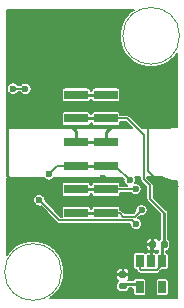
<source format=gbl>
G04 #@! TF.GenerationSoftware,KiCad,Pcbnew,5.1.10-88a1d61d58~90~ubuntu20.04.1*
G04 #@! TF.CreationDate,2021-10-26T15:32:18+01:00*
G04 #@! TF.ProjectId,THP,5448502e-6b69-4636-9164-5f7063625858,rev?*
G04 #@! TF.SameCoordinates,Original*
G04 #@! TF.FileFunction,Copper,L2,Bot*
G04 #@! TF.FilePolarity,Positive*
%FSLAX46Y46*%
G04 Gerber Fmt 4.6, Leading zero omitted, Abs format (unit mm)*
G04 Created by KiCad (PCBNEW 5.1.10-88a1d61d58~90~ubuntu20.04.1) date 2021-10-26 15:32:18*
%MOMM*%
%LPD*%
G01*
G04 APERTURE LIST*
G04 #@! TA.AperFunction,EtchedComponent*
%ADD10C,0.050000*%
G04 #@! TD*
G04 #@! TA.AperFunction,SMDPad,CuDef*
%ADD11R,2.000000X0.800000*%
G04 #@! TD*
G04 #@! TA.AperFunction,SMDPad,CuDef*
%ADD12R,0.650000X1.060000*%
G04 #@! TD*
G04 #@! TA.AperFunction,ViaPad*
%ADD13C,0.600000*%
G04 #@! TD*
G04 #@! TA.AperFunction,Conductor*
%ADD14C,0.150000*%
G04 #@! TD*
G04 #@! TA.AperFunction,Conductor*
%ADD15C,0.250000*%
G04 #@! TD*
G04 #@! TA.AperFunction,Conductor*
%ADD16C,0.400000*%
G04 #@! TD*
G04 #@! TA.AperFunction,Conductor*
%ADD17C,0.100000*%
G04 #@! TD*
G04 APERTURE END LIST*
D10*
X4900000Y-22500000D02*
G75*
G03*
X4900000Y-22500000I-2400000J0D01*
G01*
X14900000Y-2500000D02*
G75*
G03*
X14900000Y-2500000I-2400000J0D01*
G01*
D11*
X6150000Y-7500000D03*
X6150000Y-9500000D03*
X6150000Y-11500000D03*
X6150000Y-13500000D03*
X6150000Y-15500000D03*
X6150000Y-17500000D03*
D12*
X11525000Y-23775000D03*
X13425000Y-23775000D03*
X13425000Y-21575000D03*
X12475000Y-21575000D03*
X11525000Y-21575000D03*
D11*
X8675000Y-17500000D03*
X8675000Y-15500000D03*
X8675000Y-13500000D03*
X8675000Y-11500000D03*
X8675000Y-9500000D03*
X8675000Y-7500000D03*
G04 #@! TA.AperFunction,SMDPad,CuDef*
G36*
G01*
X12920000Y-20002500D02*
X12920000Y-20347500D01*
G75*
G02*
X12772500Y-20495000I-147500J0D01*
G01*
X12477500Y-20495000D01*
G75*
G02*
X12330000Y-20347500I0J147500D01*
G01*
X12330000Y-20002500D01*
G75*
G02*
X12477500Y-19855000I147500J0D01*
G01*
X12772500Y-19855000D01*
G75*
G02*
X12920000Y-20002500I0J-147500D01*
G01*
G37*
G04 #@! TD.AperFunction*
G04 #@! TA.AperFunction,SMDPad,CuDef*
G36*
G01*
X13890000Y-20002500D02*
X13890000Y-20347500D01*
G75*
G02*
X13742500Y-20495000I-147500J0D01*
G01*
X13447500Y-20495000D01*
G75*
G02*
X13300000Y-20347500I0J147500D01*
G01*
X13300000Y-20002500D01*
G75*
G02*
X13447500Y-19855000I147500J0D01*
G01*
X13742500Y-19855000D01*
G75*
G02*
X13890000Y-20002500I0J-147500D01*
G01*
G37*
G04 #@! TD.AperFunction*
G04 #@! TA.AperFunction,SMDPad,CuDef*
G36*
G01*
X10272500Y-23010000D02*
X9927500Y-23010000D01*
G75*
G02*
X9780000Y-22862500I0J147500D01*
G01*
X9780000Y-22567500D01*
G75*
G02*
X9927500Y-22420000I147500J0D01*
G01*
X10272500Y-22420000D01*
G75*
G02*
X10420000Y-22567500I0J-147500D01*
G01*
X10420000Y-22862500D01*
G75*
G02*
X10272500Y-23010000I-147500J0D01*
G01*
G37*
G04 #@! TD.AperFunction*
G04 #@! TA.AperFunction,SMDPad,CuDef*
G36*
G01*
X10272500Y-23980000D02*
X9927500Y-23980000D01*
G75*
G02*
X9780000Y-23832500I0J147500D01*
G01*
X9780000Y-23537500D01*
G75*
G02*
X9927500Y-23390000I147500J0D01*
G01*
X10272500Y-23390000D01*
G75*
G02*
X10420000Y-23537500I0J-147500D01*
G01*
X10420000Y-23832500D01*
G75*
G02*
X10272500Y-23980000I-147500J0D01*
G01*
G37*
G04 #@! TD.AperFunction*
D13*
X8990000Y-24140000D03*
X14150000Y-15750000D03*
X5740000Y-24210000D03*
X7390000Y-24170000D03*
X8240000Y-22920000D03*
X9240000Y-21750000D03*
X8250000Y-20680000D03*
X10130000Y-20740000D03*
X8230000Y-19240000D03*
X7430000Y-16580000D03*
X13010000Y-15280000D03*
X3080000Y-770000D03*
X8620000Y-1260000D03*
X5230000Y-1960000D03*
X5250000Y-3090000D03*
X2575000Y-19375000D03*
X4980000Y-20550000D03*
X13950000Y-22775000D03*
X950000Y-16490000D03*
X8800000Y-16490000D03*
X7250000Y-4290000D03*
X5670000Y-4310000D03*
X4330000Y-4300000D03*
X3410000Y-3340000D03*
X4990000Y-5410000D03*
X6610000Y-5370000D03*
X11160000Y-7580000D03*
X13060000Y-7610000D03*
X9070000Y-2420000D03*
X5610000Y-8520000D03*
X8620000Y-8550000D03*
X5720000Y-2510000D03*
X5710000Y-1330000D03*
X8460000Y-14580000D03*
X860000Y-2240000D03*
X11810000Y-16160000D03*
X12470000Y-23980000D03*
X10200000Y-10080000D03*
X4460000Y-7040000D03*
X8830000Y-5330000D03*
X11430000Y-23876000D03*
X10679597Y-14722939D03*
X3820000Y-14230000D03*
X800377Y-6970000D03*
X1850378Y-7000000D03*
X11684000Y-17272000D03*
X11176000Y-15494000D03*
X11217565Y-18433163D03*
X3040000Y-16430000D03*
D14*
X13425000Y-21885002D02*
X13425000Y-21575000D01*
X12980001Y-22330001D02*
X13425000Y-21885002D01*
X11525000Y-22255000D02*
X11600001Y-22330001D01*
X11600001Y-22330001D02*
X12980001Y-22330001D01*
X11525000Y-21575000D02*
X11525000Y-22255000D01*
X13595000Y-17520000D02*
X13595000Y-18080000D01*
D15*
X13425000Y-20345000D02*
X13595000Y-20175000D01*
X13425000Y-21575000D02*
X13425000Y-20345000D01*
X13595000Y-20175000D02*
X13595000Y-17520000D01*
X6150000Y-9500000D02*
X8675000Y-9500000D01*
D14*
X12406640Y-16331640D02*
X13595000Y-17520000D01*
X12406640Y-15166640D02*
X12406640Y-16331640D01*
X11874516Y-14634516D02*
X12406640Y-15166640D01*
X11874516Y-10899516D02*
X11874516Y-14634516D01*
X10475000Y-9500000D02*
X11874516Y-10899516D01*
X9325000Y-9500000D02*
X10475000Y-9500000D01*
D15*
X14650000Y-15250000D02*
X14150000Y-15750000D01*
D16*
X5600000Y-11500000D02*
X5600000Y-11500000D01*
D14*
X8990000Y-24140000D02*
X9571955Y-24721955D01*
X9571955Y-24721955D02*
X9849147Y-24721955D01*
X9849147Y-24721955D02*
X14719373Y-24720455D01*
X14719373Y-24720455D02*
X14719609Y-24099932D01*
D15*
X12475000Y-20325000D02*
X12625000Y-20175000D01*
X12475000Y-21575000D02*
X12475000Y-20325000D01*
D14*
X14650000Y-16110000D02*
X14706896Y-16166896D01*
X14706896Y-16166896D02*
X14718013Y-24099935D01*
X14650000Y-15250000D02*
X14650000Y-16110000D01*
D15*
X6150000Y-11500000D02*
X8675000Y-11500000D01*
D14*
X500000Y-15590000D02*
X500000Y-15590000D01*
X5217002Y-16580000D02*
X7430000Y-16580000D01*
X4542001Y-15904999D02*
X5217002Y-16580000D01*
X1535001Y-15904999D02*
X4542001Y-15904999D01*
X950000Y-16490000D02*
X1535001Y-15904999D01*
X950000Y-16490000D02*
X950000Y-15990000D01*
X950000Y-15990000D02*
X550000Y-15590000D01*
X550000Y-15590000D02*
X500000Y-15590000D01*
D15*
X6150000Y-11500000D02*
X6150000Y-10590000D01*
X5735001Y-10175001D02*
X4605001Y-10175001D01*
X6150000Y-10590000D02*
X5735001Y-10175001D01*
X4377536Y-9947536D02*
X1202464Y-9947536D01*
X4605001Y-10175001D02*
X4377536Y-9947536D01*
D14*
X500000Y-14570000D02*
X500000Y-15590000D01*
D15*
X485000Y-9905000D02*
X1175000Y-9905000D01*
X325351Y-10575351D02*
X325351Y-10064649D01*
X325378Y-10575378D02*
X325351Y-10575351D01*
X325377Y-13594116D02*
X325378Y-10575378D01*
X325351Y-14405350D02*
X325377Y-13594116D01*
X325351Y-10064649D02*
X485000Y-9905000D01*
X490000Y-14570000D02*
X325351Y-14405350D01*
X500000Y-14570000D02*
X490000Y-14570000D01*
D14*
X13010000Y-14751444D02*
X13010000Y-15280000D01*
X12220639Y-13962083D02*
X13010000Y-14751444D01*
X12220639Y-8449361D02*
X12220639Y-13962083D01*
X13060000Y-7610000D02*
X12220639Y-8449361D01*
D15*
X8675000Y-11500000D02*
X8675000Y-10635000D01*
X8675000Y-10635000D02*
X9100000Y-10210000D01*
X10070000Y-10210000D02*
X10200000Y-10080000D01*
X9100000Y-10210000D02*
X10070000Y-10210000D01*
X10245000Y-23540000D02*
X10100000Y-23685000D01*
X11470000Y-23540000D02*
X10245000Y-23540000D01*
D14*
X11470000Y-23836000D02*
X11430000Y-23876000D01*
X11470000Y-23540000D02*
X11470000Y-23836000D01*
D15*
X6150000Y-7500000D02*
X8675000Y-7500000D01*
D14*
X9456658Y-13500000D02*
X9325000Y-13500000D01*
X10679597Y-14722939D02*
X9456658Y-13500000D01*
D15*
X7080000Y-13500000D02*
X8675000Y-13500000D01*
X6150000Y-13500000D02*
X7080000Y-13500000D01*
D14*
X4550000Y-13500000D02*
X6150000Y-13500000D01*
X3820000Y-14230000D02*
X4550000Y-13500000D01*
X1820378Y-6970000D02*
X1850378Y-7000000D01*
X800377Y-6970000D02*
X1820378Y-6970000D01*
D15*
X6150000Y-17500000D02*
X8675000Y-17500000D01*
D14*
X9825000Y-17500000D02*
X10149991Y-17824991D01*
X8675000Y-17500000D02*
X9825000Y-17500000D01*
X11131009Y-17824991D02*
X11684000Y-17272000D01*
X10149991Y-17824991D02*
X11131009Y-17824991D01*
X11170000Y-15500000D02*
X11176000Y-15494000D01*
X9325000Y-15500000D02*
X11170000Y-15500000D01*
D15*
X6150000Y-15500000D02*
X8675000Y-15500000D01*
D14*
X4735001Y-18125001D02*
X10909403Y-18125001D01*
X10909403Y-18125001D02*
X11217565Y-18433163D01*
X3040000Y-16430000D02*
X4735001Y-18125001D01*
X13705187Y-14634035D02*
X13728654Y-14642462D01*
X13751983Y-14651208D01*
X13755696Y-14652172D01*
X13755699Y-14652173D01*
X13755701Y-14652173D01*
X14134828Y-14747772D01*
X14159462Y-14751477D01*
X14184068Y-14755529D01*
X14187900Y-14755754D01*
X14187902Y-14755754D01*
X14578377Y-14775893D01*
X14603267Y-14774742D01*
X14628185Y-14773938D01*
X14631990Y-14773414D01*
X14704938Y-14762840D01*
X14718892Y-24720463D01*
X3954607Y-24723782D01*
X4193830Y-24563938D01*
X4563938Y-24193830D01*
X4854730Y-23758629D01*
X5055031Y-23275060D01*
X5107754Y-23010000D01*
X9553911Y-23010000D01*
X9558255Y-23054108D01*
X9571121Y-23096521D01*
X9592014Y-23135608D01*
X9620131Y-23169869D01*
X9654392Y-23197986D01*
X9693479Y-23218879D01*
X9719915Y-23226898D01*
X9663333Y-23273333D01*
X9616873Y-23329946D01*
X9582350Y-23394534D01*
X9561090Y-23464617D01*
X9553912Y-23537500D01*
X9553912Y-23832500D01*
X9561090Y-23905383D01*
X9582350Y-23975466D01*
X9616873Y-24040054D01*
X9663333Y-24096667D01*
X9719946Y-24143127D01*
X9784534Y-24177650D01*
X9854617Y-24198910D01*
X9927500Y-24206088D01*
X10272500Y-24206088D01*
X10345383Y-24198910D01*
X10415466Y-24177650D01*
X10480054Y-24143127D01*
X10536667Y-24096667D01*
X10583127Y-24040054D01*
X10617650Y-23975466D01*
X10638910Y-23905383D01*
X10640425Y-23890000D01*
X10905000Y-23890000D01*
X10905000Y-23927708D01*
X10925176Y-24029137D01*
X10964751Y-24124681D01*
X10973912Y-24138391D01*
X10973912Y-24305000D01*
X10978256Y-24349108D01*
X10991122Y-24391520D01*
X11012015Y-24430608D01*
X11040132Y-24464868D01*
X11074392Y-24492985D01*
X11113480Y-24513878D01*
X11155892Y-24526744D01*
X11200000Y-24531088D01*
X11850000Y-24531088D01*
X11894108Y-24526744D01*
X11936520Y-24513878D01*
X11975608Y-24492985D01*
X12009868Y-24464868D01*
X12037985Y-24430608D01*
X12058878Y-24391520D01*
X12071744Y-24349108D01*
X12076088Y-24305000D01*
X12076088Y-23245000D01*
X12873912Y-23245000D01*
X12873912Y-24305000D01*
X12878256Y-24349108D01*
X12891122Y-24391520D01*
X12912015Y-24430608D01*
X12940132Y-24464868D01*
X12974392Y-24492985D01*
X13013480Y-24513878D01*
X13055892Y-24526744D01*
X13100000Y-24531088D01*
X13750000Y-24531088D01*
X13794108Y-24526744D01*
X13836520Y-24513878D01*
X13875608Y-24492985D01*
X13909868Y-24464868D01*
X13937985Y-24430608D01*
X13958878Y-24391520D01*
X13971744Y-24349108D01*
X13976088Y-24305000D01*
X13976088Y-23245000D01*
X13971744Y-23200892D01*
X13958878Y-23158480D01*
X13937985Y-23119392D01*
X13909868Y-23085132D01*
X13875608Y-23057015D01*
X13836520Y-23036122D01*
X13794108Y-23023256D01*
X13750000Y-23018912D01*
X13100000Y-23018912D01*
X13055892Y-23023256D01*
X13013480Y-23036122D01*
X12974392Y-23057015D01*
X12940132Y-23085132D01*
X12912015Y-23119392D01*
X12891122Y-23158480D01*
X12878256Y-23200892D01*
X12873912Y-23245000D01*
X12076088Y-23245000D01*
X12071744Y-23200892D01*
X12058878Y-23158480D01*
X12037985Y-23119392D01*
X12009868Y-23085132D01*
X11975608Y-23057015D01*
X11936520Y-23036122D01*
X11894108Y-23023256D01*
X11850000Y-23018912D01*
X11200000Y-23018912D01*
X11155892Y-23023256D01*
X11113480Y-23036122D01*
X11074392Y-23057015D01*
X11040132Y-23085132D01*
X11012015Y-23119392D01*
X10991122Y-23158480D01*
X10981560Y-23190000D01*
X10555339Y-23190000D01*
X10579869Y-23169869D01*
X10607986Y-23135608D01*
X10628879Y-23096521D01*
X10641745Y-23054108D01*
X10646089Y-23010000D01*
X10645000Y-22796250D01*
X10588750Y-22740000D01*
X10125000Y-22740000D01*
X10125000Y-22760000D01*
X10075000Y-22760000D01*
X10075000Y-22740000D01*
X9611250Y-22740000D01*
X9555000Y-22796250D01*
X9553911Y-23010000D01*
X5107754Y-23010000D01*
X5157143Y-22761706D01*
X5157143Y-22420000D01*
X9553911Y-22420000D01*
X9555000Y-22633750D01*
X9611250Y-22690000D01*
X10075000Y-22690000D01*
X10075000Y-22251250D01*
X10125000Y-22251250D01*
X10125000Y-22690000D01*
X10588750Y-22690000D01*
X10645000Y-22633750D01*
X10646089Y-22420000D01*
X10641745Y-22375892D01*
X10628879Y-22333479D01*
X10607986Y-22294392D01*
X10579869Y-22260131D01*
X10545608Y-22232014D01*
X10506521Y-22211121D01*
X10464108Y-22198255D01*
X10420000Y-22193911D01*
X10181250Y-22195000D01*
X10125000Y-22251250D01*
X10075000Y-22251250D01*
X10018750Y-22195000D01*
X9780000Y-22193911D01*
X9735892Y-22198255D01*
X9693479Y-22211121D01*
X9654392Y-22232014D01*
X9620131Y-22260131D01*
X9592014Y-22294392D01*
X9571121Y-22333479D01*
X9558255Y-22375892D01*
X9553911Y-22420000D01*
X5157143Y-22420000D01*
X5157143Y-22238294D01*
X5055031Y-21724940D01*
X4854730Y-21241371D01*
X4563938Y-20806170D01*
X4252768Y-20495000D01*
X12103911Y-20495000D01*
X12108255Y-20539108D01*
X12121121Y-20581521D01*
X12142014Y-20620608D01*
X12170131Y-20654869D01*
X12204392Y-20682986D01*
X12243479Y-20703879D01*
X12285892Y-20716745D01*
X12330000Y-20721089D01*
X12543750Y-20720000D01*
X12600000Y-20663750D01*
X12600000Y-20200000D01*
X12161250Y-20200000D01*
X12105000Y-20256250D01*
X12103911Y-20495000D01*
X4252768Y-20495000D01*
X4193830Y-20436062D01*
X3758629Y-20145270D01*
X3275060Y-19944969D01*
X2822754Y-19855000D01*
X12103911Y-19855000D01*
X12105000Y-20093750D01*
X12161250Y-20150000D01*
X12600000Y-20150000D01*
X12600000Y-19686250D01*
X12543750Y-19630000D01*
X12330000Y-19628911D01*
X12285892Y-19633255D01*
X12243479Y-19646121D01*
X12204392Y-19667014D01*
X12170131Y-19695131D01*
X12142014Y-19729392D01*
X12121121Y-19768479D01*
X12108255Y-19810892D01*
X12103911Y-19855000D01*
X2822754Y-19855000D01*
X2761706Y-19842857D01*
X2238294Y-19842857D01*
X1724940Y-19944969D01*
X1241371Y-20145270D01*
X806170Y-20436062D01*
X436062Y-20806170D01*
X275127Y-21047026D01*
X275277Y-16378292D01*
X2515000Y-16378292D01*
X2515000Y-16481708D01*
X2535176Y-16583137D01*
X2574751Y-16678681D01*
X2632206Y-16764668D01*
X2705332Y-16837794D01*
X2791319Y-16895249D01*
X2886863Y-16934824D01*
X2988292Y-16955000D01*
X3091708Y-16955000D01*
X3132602Y-16946865D01*
X4512451Y-18326715D01*
X4521843Y-18338159D01*
X4533286Y-18347550D01*
X4567523Y-18375648D01*
X4578388Y-18381455D01*
X4619641Y-18403505D01*
X4676191Y-18420660D01*
X4720268Y-18425001D01*
X4720277Y-18425001D01*
X4735000Y-18426451D01*
X4749723Y-18425001D01*
X10692565Y-18425001D01*
X10692565Y-18484871D01*
X10712741Y-18586300D01*
X10752316Y-18681844D01*
X10809771Y-18767831D01*
X10882897Y-18840957D01*
X10968884Y-18898412D01*
X11064428Y-18937987D01*
X11165857Y-18958163D01*
X11269273Y-18958163D01*
X11370702Y-18937987D01*
X11466246Y-18898412D01*
X11552233Y-18840957D01*
X11625359Y-18767831D01*
X11682814Y-18681844D01*
X11722389Y-18586300D01*
X11742565Y-18484871D01*
X11742565Y-18381455D01*
X11722389Y-18280026D01*
X11682814Y-18184482D01*
X11625359Y-18098495D01*
X11552233Y-18025369D01*
X11466246Y-17967914D01*
X11428135Y-17952128D01*
X11591398Y-17788865D01*
X11632292Y-17797000D01*
X11735708Y-17797000D01*
X11837137Y-17776824D01*
X11932681Y-17737249D01*
X12018668Y-17679794D01*
X12091794Y-17606668D01*
X12149249Y-17520681D01*
X12188824Y-17425137D01*
X12209000Y-17323708D01*
X12209000Y-17220292D01*
X12188824Y-17118863D01*
X12149249Y-17023319D01*
X12091794Y-16937332D01*
X12018668Y-16864206D01*
X11932681Y-16806751D01*
X11837137Y-16767176D01*
X11735708Y-16747000D01*
X11632292Y-16747000D01*
X11530863Y-16767176D01*
X11435319Y-16806751D01*
X11349332Y-16864206D01*
X11276206Y-16937332D01*
X11218751Y-17023319D01*
X11179176Y-17118863D01*
X11159000Y-17220292D01*
X11159000Y-17323708D01*
X11167135Y-17364602D01*
X11006746Y-17524991D01*
X10274255Y-17524991D01*
X10047553Y-17298289D01*
X10038158Y-17286842D01*
X9992477Y-17249353D01*
X9940360Y-17221496D01*
X9901088Y-17209582D01*
X9901088Y-17100000D01*
X9896744Y-17055892D01*
X9883878Y-17013480D01*
X9862985Y-16974392D01*
X9834868Y-16940132D01*
X9800608Y-16912015D01*
X9761520Y-16891122D01*
X9719108Y-16878256D01*
X9675000Y-16873912D01*
X7675000Y-16873912D01*
X7630892Y-16878256D01*
X7588480Y-16891122D01*
X7549392Y-16912015D01*
X7515132Y-16940132D01*
X7487015Y-16974392D01*
X7466122Y-17013480D01*
X7453256Y-17055892D01*
X7448912Y-17100000D01*
X7448912Y-17150000D01*
X7376088Y-17150000D01*
X7376088Y-17100000D01*
X7371744Y-17055892D01*
X7358878Y-17013480D01*
X7337985Y-16974392D01*
X7309868Y-16940132D01*
X7275608Y-16912015D01*
X7236520Y-16891122D01*
X7194108Y-16878256D01*
X7150000Y-16873912D01*
X5150000Y-16873912D01*
X5105892Y-16878256D01*
X5063480Y-16891122D01*
X5024392Y-16912015D01*
X4990132Y-16940132D01*
X4962015Y-16974392D01*
X4941122Y-17013480D01*
X4928256Y-17055892D01*
X4923912Y-17100000D01*
X4923912Y-17825001D01*
X4859265Y-17825001D01*
X3556865Y-16522602D01*
X3565000Y-16481708D01*
X3565000Y-16378292D01*
X3544824Y-16276863D01*
X3505249Y-16181319D01*
X3447794Y-16095332D01*
X3374668Y-16022206D01*
X3288681Y-15964751D01*
X3193137Y-15925176D01*
X3091708Y-15905000D01*
X2988292Y-15905000D01*
X2886863Y-15925176D01*
X2791319Y-15964751D01*
X2705332Y-16022206D01*
X2632206Y-16095332D01*
X2574751Y-16181319D01*
X2535176Y-16276863D01*
X2515000Y-16378292D01*
X275277Y-16378292D01*
X275337Y-14540228D01*
X3387223Y-14527278D01*
X3412206Y-14564668D01*
X3485332Y-14637794D01*
X3571319Y-14695249D01*
X3666863Y-14734824D01*
X3768292Y-14755000D01*
X3871708Y-14755000D01*
X3973137Y-14734824D01*
X4068681Y-14695249D01*
X4154668Y-14637794D01*
X4227794Y-14564668D01*
X4255191Y-14523666D01*
X10032021Y-14499627D01*
X10162731Y-14630337D01*
X10154597Y-14671231D01*
X10154597Y-14774647D01*
X10174773Y-14876076D01*
X10214348Y-14971620D01*
X10271803Y-15057607D01*
X10344929Y-15130733D01*
X10430916Y-15188188D01*
X10459433Y-15200000D01*
X9901088Y-15200000D01*
X9901088Y-15100000D01*
X9896744Y-15055892D01*
X9883878Y-15013480D01*
X9862985Y-14974392D01*
X9834868Y-14940132D01*
X9800608Y-14912015D01*
X9761520Y-14891122D01*
X9719108Y-14878256D01*
X9675000Y-14873912D01*
X7675000Y-14873912D01*
X7630892Y-14878256D01*
X7588480Y-14891122D01*
X7549392Y-14912015D01*
X7515132Y-14940132D01*
X7487015Y-14974392D01*
X7466122Y-15013480D01*
X7453256Y-15055892D01*
X7448912Y-15100000D01*
X7448912Y-15150000D01*
X7376088Y-15150000D01*
X7376088Y-15100000D01*
X7371744Y-15055892D01*
X7358878Y-15013480D01*
X7337985Y-14974392D01*
X7309868Y-14940132D01*
X7275608Y-14912015D01*
X7236520Y-14891122D01*
X7194108Y-14878256D01*
X7150000Y-14873912D01*
X5150000Y-14873912D01*
X5105892Y-14878256D01*
X5063480Y-14891122D01*
X5024392Y-14912015D01*
X4990132Y-14940132D01*
X4962015Y-14974392D01*
X4941122Y-15013480D01*
X4928256Y-15055892D01*
X4923912Y-15100000D01*
X4923912Y-15900000D01*
X4928256Y-15944108D01*
X4941122Y-15986520D01*
X4962015Y-16025608D01*
X4990132Y-16059868D01*
X5024392Y-16087985D01*
X5063480Y-16108878D01*
X5105892Y-16121744D01*
X5150000Y-16126088D01*
X7150000Y-16126088D01*
X7194108Y-16121744D01*
X7236520Y-16108878D01*
X7275608Y-16087985D01*
X7309868Y-16059868D01*
X7337985Y-16025608D01*
X7358878Y-15986520D01*
X7371744Y-15944108D01*
X7376088Y-15900000D01*
X7376088Y-15850000D01*
X7448912Y-15850000D01*
X7448912Y-15900000D01*
X7453256Y-15944108D01*
X7466122Y-15986520D01*
X7487015Y-16025608D01*
X7515132Y-16059868D01*
X7549392Y-16087985D01*
X7588480Y-16108878D01*
X7630892Y-16121744D01*
X7675000Y-16126088D01*
X9675000Y-16126088D01*
X9719108Y-16121744D01*
X9761520Y-16108878D01*
X9800608Y-16087985D01*
X9834868Y-16059868D01*
X9862985Y-16025608D01*
X9883878Y-15986520D01*
X9896744Y-15944108D01*
X9901088Y-15900000D01*
X9901088Y-15800000D01*
X10749051Y-15800000D01*
X10768206Y-15828668D01*
X10841332Y-15901794D01*
X10927319Y-15959249D01*
X11022863Y-15998824D01*
X11124292Y-16019000D01*
X11227708Y-16019000D01*
X11329137Y-15998824D01*
X11424681Y-15959249D01*
X11510668Y-15901794D01*
X11583794Y-15828668D01*
X11641249Y-15742681D01*
X11680824Y-15647137D01*
X11701000Y-15545708D01*
X11701000Y-15442292D01*
X11680824Y-15340863D01*
X11641249Y-15245319D01*
X11583794Y-15159332D01*
X11510668Y-15086206D01*
X11424681Y-15028751D01*
X11329137Y-14989176D01*
X11227708Y-14969000D01*
X11145931Y-14969000D01*
X11184421Y-14876076D01*
X11204597Y-14774647D01*
X11204597Y-14671231D01*
X11184421Y-14569802D01*
X11153421Y-14494960D01*
X11574517Y-14493208D01*
X11574517Y-14619783D01*
X11573066Y-14634516D01*
X11578858Y-14693326D01*
X11596013Y-14749876D01*
X11623869Y-14801993D01*
X11651967Y-14836230D01*
X11661359Y-14847674D01*
X11672801Y-14857064D01*
X12106640Y-15290904D01*
X12106641Y-16316907D01*
X12105190Y-16331640D01*
X12110982Y-16390450D01*
X12128137Y-16447000D01*
X12155993Y-16499117D01*
X12184091Y-16533354D01*
X12193483Y-16544798D01*
X12204925Y-16554188D01*
X13245001Y-17594265D01*
X13245000Y-19689171D01*
X13239946Y-19691873D01*
X13183333Y-19738333D01*
X13136898Y-19794915D01*
X13128879Y-19768479D01*
X13107986Y-19729392D01*
X13079869Y-19695131D01*
X13045608Y-19667014D01*
X13006521Y-19646121D01*
X12964108Y-19633255D01*
X12920000Y-19628911D01*
X12706250Y-19630000D01*
X12650000Y-19686250D01*
X12650000Y-20150000D01*
X12670000Y-20150000D01*
X12670000Y-20200000D01*
X12650000Y-20200000D01*
X12650000Y-20663750D01*
X12706250Y-20720000D01*
X12920000Y-20721089D01*
X12964108Y-20716745D01*
X13006521Y-20703879D01*
X13045608Y-20682986D01*
X13075001Y-20658864D01*
X13075001Y-20821374D01*
X13055892Y-20823256D01*
X13013480Y-20836122D01*
X12974392Y-20857015D01*
X12950001Y-20877033D01*
X12925608Y-20857014D01*
X12886521Y-20836121D01*
X12844108Y-20823255D01*
X12800000Y-20818911D01*
X12556250Y-20820000D01*
X12500000Y-20876250D01*
X12500000Y-21550000D01*
X12520000Y-21550000D01*
X12520000Y-21600000D01*
X12500000Y-21600000D01*
X12500000Y-21620000D01*
X12450000Y-21620000D01*
X12450000Y-21600000D01*
X12430000Y-21600000D01*
X12430000Y-21550000D01*
X12450000Y-21550000D01*
X12450000Y-20876250D01*
X12393750Y-20820000D01*
X12150000Y-20818911D01*
X12105892Y-20823255D01*
X12063479Y-20836121D01*
X12024392Y-20857014D01*
X11999999Y-20877033D01*
X11975608Y-20857015D01*
X11936520Y-20836122D01*
X11894108Y-20823256D01*
X11850000Y-20818912D01*
X11200000Y-20818912D01*
X11155892Y-20823256D01*
X11113480Y-20836122D01*
X11074392Y-20857015D01*
X11040132Y-20885132D01*
X11012015Y-20919392D01*
X10991122Y-20958480D01*
X10978256Y-21000892D01*
X10973912Y-21045000D01*
X10973912Y-22105000D01*
X10978256Y-22149108D01*
X10991122Y-22191520D01*
X11012015Y-22230608D01*
X11040132Y-22264868D01*
X11074392Y-22292985D01*
X11113480Y-22313878D01*
X11155892Y-22326744D01*
X11200000Y-22331088D01*
X11234583Y-22331088D01*
X11246497Y-22370360D01*
X11274353Y-22422477D01*
X11293133Y-22445360D01*
X11311843Y-22468158D01*
X11323286Y-22477549D01*
X11377448Y-22531711D01*
X11386843Y-22543159D01*
X11432524Y-22580648D01*
X11484641Y-22608505D01*
X11541191Y-22625660D01*
X11585268Y-22630001D01*
X11585277Y-22630001D01*
X11600000Y-22631451D01*
X11614723Y-22630001D01*
X12965278Y-22630001D01*
X12980001Y-22631451D01*
X12994724Y-22630001D01*
X12994734Y-22630001D01*
X13038811Y-22625660D01*
X13095361Y-22608505D01*
X13147478Y-22580648D01*
X13193159Y-22543159D01*
X13202554Y-22531711D01*
X13403177Y-22331088D01*
X13750000Y-22331088D01*
X13794108Y-22326744D01*
X13836520Y-22313878D01*
X13875608Y-22292985D01*
X13909868Y-22264868D01*
X13937985Y-22230608D01*
X13958878Y-22191520D01*
X13971744Y-22149108D01*
X13976088Y-22105000D01*
X13976088Y-21045000D01*
X13971744Y-21000892D01*
X13958878Y-20958480D01*
X13937985Y-20919392D01*
X13909868Y-20885132D01*
X13875608Y-20857015D01*
X13836520Y-20836122D01*
X13794108Y-20823256D01*
X13775000Y-20821374D01*
X13775000Y-20717887D01*
X13815383Y-20713910D01*
X13885466Y-20692650D01*
X13950054Y-20658127D01*
X14006667Y-20611667D01*
X14053127Y-20555054D01*
X14087650Y-20490466D01*
X14108910Y-20420383D01*
X14116088Y-20347500D01*
X14116088Y-20002500D01*
X14108910Y-19929617D01*
X14087650Y-19859534D01*
X14053127Y-19794946D01*
X14006667Y-19738333D01*
X13950054Y-19691873D01*
X13945000Y-19689172D01*
X13945000Y-17502811D01*
X13939935Y-17451388D01*
X13919922Y-17385413D01*
X13887422Y-17324610D01*
X13843685Y-17271315D01*
X13790390Y-17227578D01*
X13729587Y-17195078D01*
X13678995Y-17179731D01*
X12706640Y-16207377D01*
X12706640Y-15181363D01*
X12708090Y-15166640D01*
X12706640Y-15151917D01*
X12706640Y-15151907D01*
X12702299Y-15107830D01*
X12685144Y-15051280D01*
X12664940Y-15013480D01*
X12657287Y-14999162D01*
X12629189Y-14964925D01*
X12619798Y-14953482D01*
X12608356Y-14944092D01*
X12174516Y-14510253D01*
X12174516Y-14490711D01*
X13392008Y-14485645D01*
X13705187Y-14634035D01*
G04 #@! TA.AperFunction,Conductor*
D17*
G36*
X13705187Y-14634035D02*
G01*
X13728654Y-14642462D01*
X13751983Y-14651208D01*
X13755696Y-14652172D01*
X13755699Y-14652173D01*
X13755701Y-14652173D01*
X14134828Y-14747772D01*
X14159462Y-14751477D01*
X14184068Y-14755529D01*
X14187900Y-14755754D01*
X14187902Y-14755754D01*
X14578377Y-14775893D01*
X14603267Y-14774742D01*
X14628185Y-14773938D01*
X14631990Y-14773414D01*
X14704938Y-14762840D01*
X14718892Y-24720463D01*
X3954607Y-24723782D01*
X4193830Y-24563938D01*
X4563938Y-24193830D01*
X4854730Y-23758629D01*
X5055031Y-23275060D01*
X5107754Y-23010000D01*
X9553911Y-23010000D01*
X9558255Y-23054108D01*
X9571121Y-23096521D01*
X9592014Y-23135608D01*
X9620131Y-23169869D01*
X9654392Y-23197986D01*
X9693479Y-23218879D01*
X9719915Y-23226898D01*
X9663333Y-23273333D01*
X9616873Y-23329946D01*
X9582350Y-23394534D01*
X9561090Y-23464617D01*
X9553912Y-23537500D01*
X9553912Y-23832500D01*
X9561090Y-23905383D01*
X9582350Y-23975466D01*
X9616873Y-24040054D01*
X9663333Y-24096667D01*
X9719946Y-24143127D01*
X9784534Y-24177650D01*
X9854617Y-24198910D01*
X9927500Y-24206088D01*
X10272500Y-24206088D01*
X10345383Y-24198910D01*
X10415466Y-24177650D01*
X10480054Y-24143127D01*
X10536667Y-24096667D01*
X10583127Y-24040054D01*
X10617650Y-23975466D01*
X10638910Y-23905383D01*
X10640425Y-23890000D01*
X10905000Y-23890000D01*
X10905000Y-23927708D01*
X10925176Y-24029137D01*
X10964751Y-24124681D01*
X10973912Y-24138391D01*
X10973912Y-24305000D01*
X10978256Y-24349108D01*
X10991122Y-24391520D01*
X11012015Y-24430608D01*
X11040132Y-24464868D01*
X11074392Y-24492985D01*
X11113480Y-24513878D01*
X11155892Y-24526744D01*
X11200000Y-24531088D01*
X11850000Y-24531088D01*
X11894108Y-24526744D01*
X11936520Y-24513878D01*
X11975608Y-24492985D01*
X12009868Y-24464868D01*
X12037985Y-24430608D01*
X12058878Y-24391520D01*
X12071744Y-24349108D01*
X12076088Y-24305000D01*
X12076088Y-23245000D01*
X12873912Y-23245000D01*
X12873912Y-24305000D01*
X12878256Y-24349108D01*
X12891122Y-24391520D01*
X12912015Y-24430608D01*
X12940132Y-24464868D01*
X12974392Y-24492985D01*
X13013480Y-24513878D01*
X13055892Y-24526744D01*
X13100000Y-24531088D01*
X13750000Y-24531088D01*
X13794108Y-24526744D01*
X13836520Y-24513878D01*
X13875608Y-24492985D01*
X13909868Y-24464868D01*
X13937985Y-24430608D01*
X13958878Y-24391520D01*
X13971744Y-24349108D01*
X13976088Y-24305000D01*
X13976088Y-23245000D01*
X13971744Y-23200892D01*
X13958878Y-23158480D01*
X13937985Y-23119392D01*
X13909868Y-23085132D01*
X13875608Y-23057015D01*
X13836520Y-23036122D01*
X13794108Y-23023256D01*
X13750000Y-23018912D01*
X13100000Y-23018912D01*
X13055892Y-23023256D01*
X13013480Y-23036122D01*
X12974392Y-23057015D01*
X12940132Y-23085132D01*
X12912015Y-23119392D01*
X12891122Y-23158480D01*
X12878256Y-23200892D01*
X12873912Y-23245000D01*
X12076088Y-23245000D01*
X12071744Y-23200892D01*
X12058878Y-23158480D01*
X12037985Y-23119392D01*
X12009868Y-23085132D01*
X11975608Y-23057015D01*
X11936520Y-23036122D01*
X11894108Y-23023256D01*
X11850000Y-23018912D01*
X11200000Y-23018912D01*
X11155892Y-23023256D01*
X11113480Y-23036122D01*
X11074392Y-23057015D01*
X11040132Y-23085132D01*
X11012015Y-23119392D01*
X10991122Y-23158480D01*
X10981560Y-23190000D01*
X10555339Y-23190000D01*
X10579869Y-23169869D01*
X10607986Y-23135608D01*
X10628879Y-23096521D01*
X10641745Y-23054108D01*
X10646089Y-23010000D01*
X10645000Y-22796250D01*
X10588750Y-22740000D01*
X10125000Y-22740000D01*
X10125000Y-22760000D01*
X10075000Y-22760000D01*
X10075000Y-22740000D01*
X9611250Y-22740000D01*
X9555000Y-22796250D01*
X9553911Y-23010000D01*
X5107754Y-23010000D01*
X5157143Y-22761706D01*
X5157143Y-22420000D01*
X9553911Y-22420000D01*
X9555000Y-22633750D01*
X9611250Y-22690000D01*
X10075000Y-22690000D01*
X10075000Y-22251250D01*
X10125000Y-22251250D01*
X10125000Y-22690000D01*
X10588750Y-22690000D01*
X10645000Y-22633750D01*
X10646089Y-22420000D01*
X10641745Y-22375892D01*
X10628879Y-22333479D01*
X10607986Y-22294392D01*
X10579869Y-22260131D01*
X10545608Y-22232014D01*
X10506521Y-22211121D01*
X10464108Y-22198255D01*
X10420000Y-22193911D01*
X10181250Y-22195000D01*
X10125000Y-22251250D01*
X10075000Y-22251250D01*
X10018750Y-22195000D01*
X9780000Y-22193911D01*
X9735892Y-22198255D01*
X9693479Y-22211121D01*
X9654392Y-22232014D01*
X9620131Y-22260131D01*
X9592014Y-22294392D01*
X9571121Y-22333479D01*
X9558255Y-22375892D01*
X9553911Y-22420000D01*
X5157143Y-22420000D01*
X5157143Y-22238294D01*
X5055031Y-21724940D01*
X4854730Y-21241371D01*
X4563938Y-20806170D01*
X4252768Y-20495000D01*
X12103911Y-20495000D01*
X12108255Y-20539108D01*
X12121121Y-20581521D01*
X12142014Y-20620608D01*
X12170131Y-20654869D01*
X12204392Y-20682986D01*
X12243479Y-20703879D01*
X12285892Y-20716745D01*
X12330000Y-20721089D01*
X12543750Y-20720000D01*
X12600000Y-20663750D01*
X12600000Y-20200000D01*
X12161250Y-20200000D01*
X12105000Y-20256250D01*
X12103911Y-20495000D01*
X4252768Y-20495000D01*
X4193830Y-20436062D01*
X3758629Y-20145270D01*
X3275060Y-19944969D01*
X2822754Y-19855000D01*
X12103911Y-19855000D01*
X12105000Y-20093750D01*
X12161250Y-20150000D01*
X12600000Y-20150000D01*
X12600000Y-19686250D01*
X12543750Y-19630000D01*
X12330000Y-19628911D01*
X12285892Y-19633255D01*
X12243479Y-19646121D01*
X12204392Y-19667014D01*
X12170131Y-19695131D01*
X12142014Y-19729392D01*
X12121121Y-19768479D01*
X12108255Y-19810892D01*
X12103911Y-19855000D01*
X2822754Y-19855000D01*
X2761706Y-19842857D01*
X2238294Y-19842857D01*
X1724940Y-19944969D01*
X1241371Y-20145270D01*
X806170Y-20436062D01*
X436062Y-20806170D01*
X275127Y-21047026D01*
X275277Y-16378292D01*
X2515000Y-16378292D01*
X2515000Y-16481708D01*
X2535176Y-16583137D01*
X2574751Y-16678681D01*
X2632206Y-16764668D01*
X2705332Y-16837794D01*
X2791319Y-16895249D01*
X2886863Y-16934824D01*
X2988292Y-16955000D01*
X3091708Y-16955000D01*
X3132602Y-16946865D01*
X4512451Y-18326715D01*
X4521843Y-18338159D01*
X4533286Y-18347550D01*
X4567523Y-18375648D01*
X4578388Y-18381455D01*
X4619641Y-18403505D01*
X4676191Y-18420660D01*
X4720268Y-18425001D01*
X4720277Y-18425001D01*
X4735000Y-18426451D01*
X4749723Y-18425001D01*
X10692565Y-18425001D01*
X10692565Y-18484871D01*
X10712741Y-18586300D01*
X10752316Y-18681844D01*
X10809771Y-18767831D01*
X10882897Y-18840957D01*
X10968884Y-18898412D01*
X11064428Y-18937987D01*
X11165857Y-18958163D01*
X11269273Y-18958163D01*
X11370702Y-18937987D01*
X11466246Y-18898412D01*
X11552233Y-18840957D01*
X11625359Y-18767831D01*
X11682814Y-18681844D01*
X11722389Y-18586300D01*
X11742565Y-18484871D01*
X11742565Y-18381455D01*
X11722389Y-18280026D01*
X11682814Y-18184482D01*
X11625359Y-18098495D01*
X11552233Y-18025369D01*
X11466246Y-17967914D01*
X11428135Y-17952128D01*
X11591398Y-17788865D01*
X11632292Y-17797000D01*
X11735708Y-17797000D01*
X11837137Y-17776824D01*
X11932681Y-17737249D01*
X12018668Y-17679794D01*
X12091794Y-17606668D01*
X12149249Y-17520681D01*
X12188824Y-17425137D01*
X12209000Y-17323708D01*
X12209000Y-17220292D01*
X12188824Y-17118863D01*
X12149249Y-17023319D01*
X12091794Y-16937332D01*
X12018668Y-16864206D01*
X11932681Y-16806751D01*
X11837137Y-16767176D01*
X11735708Y-16747000D01*
X11632292Y-16747000D01*
X11530863Y-16767176D01*
X11435319Y-16806751D01*
X11349332Y-16864206D01*
X11276206Y-16937332D01*
X11218751Y-17023319D01*
X11179176Y-17118863D01*
X11159000Y-17220292D01*
X11159000Y-17323708D01*
X11167135Y-17364602D01*
X11006746Y-17524991D01*
X10274255Y-17524991D01*
X10047553Y-17298289D01*
X10038158Y-17286842D01*
X9992477Y-17249353D01*
X9940360Y-17221496D01*
X9901088Y-17209582D01*
X9901088Y-17100000D01*
X9896744Y-17055892D01*
X9883878Y-17013480D01*
X9862985Y-16974392D01*
X9834868Y-16940132D01*
X9800608Y-16912015D01*
X9761520Y-16891122D01*
X9719108Y-16878256D01*
X9675000Y-16873912D01*
X7675000Y-16873912D01*
X7630892Y-16878256D01*
X7588480Y-16891122D01*
X7549392Y-16912015D01*
X7515132Y-16940132D01*
X7487015Y-16974392D01*
X7466122Y-17013480D01*
X7453256Y-17055892D01*
X7448912Y-17100000D01*
X7448912Y-17150000D01*
X7376088Y-17150000D01*
X7376088Y-17100000D01*
X7371744Y-17055892D01*
X7358878Y-17013480D01*
X7337985Y-16974392D01*
X7309868Y-16940132D01*
X7275608Y-16912015D01*
X7236520Y-16891122D01*
X7194108Y-16878256D01*
X7150000Y-16873912D01*
X5150000Y-16873912D01*
X5105892Y-16878256D01*
X5063480Y-16891122D01*
X5024392Y-16912015D01*
X4990132Y-16940132D01*
X4962015Y-16974392D01*
X4941122Y-17013480D01*
X4928256Y-17055892D01*
X4923912Y-17100000D01*
X4923912Y-17825001D01*
X4859265Y-17825001D01*
X3556865Y-16522602D01*
X3565000Y-16481708D01*
X3565000Y-16378292D01*
X3544824Y-16276863D01*
X3505249Y-16181319D01*
X3447794Y-16095332D01*
X3374668Y-16022206D01*
X3288681Y-15964751D01*
X3193137Y-15925176D01*
X3091708Y-15905000D01*
X2988292Y-15905000D01*
X2886863Y-15925176D01*
X2791319Y-15964751D01*
X2705332Y-16022206D01*
X2632206Y-16095332D01*
X2574751Y-16181319D01*
X2535176Y-16276863D01*
X2515000Y-16378292D01*
X275277Y-16378292D01*
X275337Y-14540228D01*
X3387223Y-14527278D01*
X3412206Y-14564668D01*
X3485332Y-14637794D01*
X3571319Y-14695249D01*
X3666863Y-14734824D01*
X3768292Y-14755000D01*
X3871708Y-14755000D01*
X3973137Y-14734824D01*
X4068681Y-14695249D01*
X4154668Y-14637794D01*
X4227794Y-14564668D01*
X4255191Y-14523666D01*
X10032021Y-14499627D01*
X10162731Y-14630337D01*
X10154597Y-14671231D01*
X10154597Y-14774647D01*
X10174773Y-14876076D01*
X10214348Y-14971620D01*
X10271803Y-15057607D01*
X10344929Y-15130733D01*
X10430916Y-15188188D01*
X10459433Y-15200000D01*
X9901088Y-15200000D01*
X9901088Y-15100000D01*
X9896744Y-15055892D01*
X9883878Y-15013480D01*
X9862985Y-14974392D01*
X9834868Y-14940132D01*
X9800608Y-14912015D01*
X9761520Y-14891122D01*
X9719108Y-14878256D01*
X9675000Y-14873912D01*
X7675000Y-14873912D01*
X7630892Y-14878256D01*
X7588480Y-14891122D01*
X7549392Y-14912015D01*
X7515132Y-14940132D01*
X7487015Y-14974392D01*
X7466122Y-15013480D01*
X7453256Y-15055892D01*
X7448912Y-15100000D01*
X7448912Y-15150000D01*
X7376088Y-15150000D01*
X7376088Y-15100000D01*
X7371744Y-15055892D01*
X7358878Y-15013480D01*
X7337985Y-14974392D01*
X7309868Y-14940132D01*
X7275608Y-14912015D01*
X7236520Y-14891122D01*
X7194108Y-14878256D01*
X7150000Y-14873912D01*
X5150000Y-14873912D01*
X5105892Y-14878256D01*
X5063480Y-14891122D01*
X5024392Y-14912015D01*
X4990132Y-14940132D01*
X4962015Y-14974392D01*
X4941122Y-15013480D01*
X4928256Y-15055892D01*
X4923912Y-15100000D01*
X4923912Y-15900000D01*
X4928256Y-15944108D01*
X4941122Y-15986520D01*
X4962015Y-16025608D01*
X4990132Y-16059868D01*
X5024392Y-16087985D01*
X5063480Y-16108878D01*
X5105892Y-16121744D01*
X5150000Y-16126088D01*
X7150000Y-16126088D01*
X7194108Y-16121744D01*
X7236520Y-16108878D01*
X7275608Y-16087985D01*
X7309868Y-16059868D01*
X7337985Y-16025608D01*
X7358878Y-15986520D01*
X7371744Y-15944108D01*
X7376088Y-15900000D01*
X7376088Y-15850000D01*
X7448912Y-15850000D01*
X7448912Y-15900000D01*
X7453256Y-15944108D01*
X7466122Y-15986520D01*
X7487015Y-16025608D01*
X7515132Y-16059868D01*
X7549392Y-16087985D01*
X7588480Y-16108878D01*
X7630892Y-16121744D01*
X7675000Y-16126088D01*
X9675000Y-16126088D01*
X9719108Y-16121744D01*
X9761520Y-16108878D01*
X9800608Y-16087985D01*
X9834868Y-16059868D01*
X9862985Y-16025608D01*
X9883878Y-15986520D01*
X9896744Y-15944108D01*
X9901088Y-15900000D01*
X9901088Y-15800000D01*
X10749051Y-15800000D01*
X10768206Y-15828668D01*
X10841332Y-15901794D01*
X10927319Y-15959249D01*
X11022863Y-15998824D01*
X11124292Y-16019000D01*
X11227708Y-16019000D01*
X11329137Y-15998824D01*
X11424681Y-15959249D01*
X11510668Y-15901794D01*
X11583794Y-15828668D01*
X11641249Y-15742681D01*
X11680824Y-15647137D01*
X11701000Y-15545708D01*
X11701000Y-15442292D01*
X11680824Y-15340863D01*
X11641249Y-15245319D01*
X11583794Y-15159332D01*
X11510668Y-15086206D01*
X11424681Y-15028751D01*
X11329137Y-14989176D01*
X11227708Y-14969000D01*
X11145931Y-14969000D01*
X11184421Y-14876076D01*
X11204597Y-14774647D01*
X11204597Y-14671231D01*
X11184421Y-14569802D01*
X11153421Y-14494960D01*
X11574517Y-14493208D01*
X11574517Y-14619783D01*
X11573066Y-14634516D01*
X11578858Y-14693326D01*
X11596013Y-14749876D01*
X11623869Y-14801993D01*
X11651967Y-14836230D01*
X11661359Y-14847674D01*
X11672801Y-14857064D01*
X12106640Y-15290904D01*
X12106641Y-16316907D01*
X12105190Y-16331640D01*
X12110982Y-16390450D01*
X12128137Y-16447000D01*
X12155993Y-16499117D01*
X12184091Y-16533354D01*
X12193483Y-16544798D01*
X12204925Y-16554188D01*
X13245001Y-17594265D01*
X13245000Y-19689171D01*
X13239946Y-19691873D01*
X13183333Y-19738333D01*
X13136898Y-19794915D01*
X13128879Y-19768479D01*
X13107986Y-19729392D01*
X13079869Y-19695131D01*
X13045608Y-19667014D01*
X13006521Y-19646121D01*
X12964108Y-19633255D01*
X12920000Y-19628911D01*
X12706250Y-19630000D01*
X12650000Y-19686250D01*
X12650000Y-20150000D01*
X12670000Y-20150000D01*
X12670000Y-20200000D01*
X12650000Y-20200000D01*
X12650000Y-20663750D01*
X12706250Y-20720000D01*
X12920000Y-20721089D01*
X12964108Y-20716745D01*
X13006521Y-20703879D01*
X13045608Y-20682986D01*
X13075001Y-20658864D01*
X13075001Y-20821374D01*
X13055892Y-20823256D01*
X13013480Y-20836122D01*
X12974392Y-20857015D01*
X12950001Y-20877033D01*
X12925608Y-20857014D01*
X12886521Y-20836121D01*
X12844108Y-20823255D01*
X12800000Y-20818911D01*
X12556250Y-20820000D01*
X12500000Y-20876250D01*
X12500000Y-21550000D01*
X12520000Y-21550000D01*
X12520000Y-21600000D01*
X12500000Y-21600000D01*
X12500000Y-21620000D01*
X12450000Y-21620000D01*
X12450000Y-21600000D01*
X12430000Y-21600000D01*
X12430000Y-21550000D01*
X12450000Y-21550000D01*
X12450000Y-20876250D01*
X12393750Y-20820000D01*
X12150000Y-20818911D01*
X12105892Y-20823255D01*
X12063479Y-20836121D01*
X12024392Y-20857014D01*
X11999999Y-20877033D01*
X11975608Y-20857015D01*
X11936520Y-20836122D01*
X11894108Y-20823256D01*
X11850000Y-20818912D01*
X11200000Y-20818912D01*
X11155892Y-20823256D01*
X11113480Y-20836122D01*
X11074392Y-20857015D01*
X11040132Y-20885132D01*
X11012015Y-20919392D01*
X10991122Y-20958480D01*
X10978256Y-21000892D01*
X10973912Y-21045000D01*
X10973912Y-22105000D01*
X10978256Y-22149108D01*
X10991122Y-22191520D01*
X11012015Y-22230608D01*
X11040132Y-22264868D01*
X11074392Y-22292985D01*
X11113480Y-22313878D01*
X11155892Y-22326744D01*
X11200000Y-22331088D01*
X11234583Y-22331088D01*
X11246497Y-22370360D01*
X11274353Y-22422477D01*
X11293133Y-22445360D01*
X11311843Y-22468158D01*
X11323286Y-22477549D01*
X11377448Y-22531711D01*
X11386843Y-22543159D01*
X11432524Y-22580648D01*
X11484641Y-22608505D01*
X11541191Y-22625660D01*
X11585268Y-22630001D01*
X11585277Y-22630001D01*
X11600000Y-22631451D01*
X11614723Y-22630001D01*
X12965278Y-22630001D01*
X12980001Y-22631451D01*
X12994724Y-22630001D01*
X12994734Y-22630001D01*
X13038811Y-22625660D01*
X13095361Y-22608505D01*
X13147478Y-22580648D01*
X13193159Y-22543159D01*
X13202554Y-22531711D01*
X13403177Y-22331088D01*
X13750000Y-22331088D01*
X13794108Y-22326744D01*
X13836520Y-22313878D01*
X13875608Y-22292985D01*
X13909868Y-22264868D01*
X13937985Y-22230608D01*
X13958878Y-22191520D01*
X13971744Y-22149108D01*
X13976088Y-22105000D01*
X13976088Y-21045000D01*
X13971744Y-21000892D01*
X13958878Y-20958480D01*
X13937985Y-20919392D01*
X13909868Y-20885132D01*
X13875608Y-20857015D01*
X13836520Y-20836122D01*
X13794108Y-20823256D01*
X13775000Y-20821374D01*
X13775000Y-20717887D01*
X13815383Y-20713910D01*
X13885466Y-20692650D01*
X13950054Y-20658127D01*
X14006667Y-20611667D01*
X14053127Y-20555054D01*
X14087650Y-20490466D01*
X14108910Y-20420383D01*
X14116088Y-20347500D01*
X14116088Y-20002500D01*
X14108910Y-19929617D01*
X14087650Y-19859534D01*
X14053127Y-19794946D01*
X14006667Y-19738333D01*
X13950054Y-19691873D01*
X13945000Y-19689172D01*
X13945000Y-17502811D01*
X13939935Y-17451388D01*
X13919922Y-17385413D01*
X13887422Y-17324610D01*
X13843685Y-17271315D01*
X13790390Y-17227578D01*
X13729587Y-17195078D01*
X13678995Y-17179731D01*
X12706640Y-16207377D01*
X12706640Y-15181363D01*
X12708090Y-15166640D01*
X12706640Y-15151917D01*
X12706640Y-15151907D01*
X12702299Y-15107830D01*
X12685144Y-15051280D01*
X12664940Y-15013480D01*
X12657287Y-14999162D01*
X12629189Y-14964925D01*
X12619798Y-14953482D01*
X12608356Y-14944092D01*
X12174516Y-14510253D01*
X12174516Y-14490711D01*
X13392008Y-14485645D01*
X13705187Y-14634035D01*
G37*
G04 #@! TD.AperFunction*
D14*
X10806170Y-436062D02*
X10436062Y-806170D01*
X10145270Y-1241371D01*
X9944969Y-1724940D01*
X9842857Y-2238294D01*
X9842857Y-2761706D01*
X9944969Y-3275060D01*
X10145270Y-3758629D01*
X10436062Y-4193830D01*
X10806170Y-4563938D01*
X11241371Y-4854730D01*
X11724940Y-5055031D01*
X12238294Y-5157143D01*
X12761706Y-5157143D01*
X13275060Y-5055031D01*
X13758629Y-4854730D01*
X14193830Y-4563938D01*
X14563938Y-4193830D01*
X14725001Y-3952783D01*
X14725000Y-10238019D01*
X14389854Y-10225423D01*
X14364961Y-10226922D01*
X14340078Y-10228073D01*
X14336283Y-10228650D01*
X14336279Y-10228650D01*
X13950151Y-10290135D01*
X13931538Y-10295000D01*
X11694264Y-10295000D01*
X10697553Y-9298290D01*
X10688158Y-9286842D01*
X10642477Y-9249353D01*
X10590360Y-9221496D01*
X10533810Y-9204341D01*
X10489733Y-9200000D01*
X10489723Y-9200000D01*
X10475000Y-9198550D01*
X10460277Y-9200000D01*
X9901088Y-9200000D01*
X9901088Y-9100000D01*
X9896744Y-9055892D01*
X9883878Y-9013480D01*
X9862985Y-8974392D01*
X9834868Y-8940132D01*
X9800608Y-8912015D01*
X9761520Y-8891122D01*
X9719108Y-8878256D01*
X9675000Y-8873912D01*
X7675000Y-8873912D01*
X7630892Y-8878256D01*
X7588480Y-8891122D01*
X7549392Y-8912015D01*
X7515132Y-8940132D01*
X7487015Y-8974392D01*
X7466122Y-9013480D01*
X7453256Y-9055892D01*
X7448912Y-9100000D01*
X7448912Y-9150000D01*
X7376088Y-9150000D01*
X7376088Y-9100000D01*
X7371744Y-9055892D01*
X7358878Y-9013480D01*
X7337985Y-8974392D01*
X7309868Y-8940132D01*
X7275608Y-8912015D01*
X7236520Y-8891122D01*
X7194108Y-8878256D01*
X7150000Y-8873912D01*
X5150000Y-8873912D01*
X5105892Y-8878256D01*
X5063480Y-8891122D01*
X5024392Y-8912015D01*
X4990132Y-8940132D01*
X4962015Y-8974392D01*
X4941122Y-9013480D01*
X4928256Y-9055892D01*
X4923912Y-9100000D01*
X4923912Y-9900000D01*
X4928256Y-9944108D01*
X4941122Y-9986520D01*
X4962015Y-10025608D01*
X4990132Y-10059868D01*
X5024392Y-10087985D01*
X5063480Y-10108878D01*
X5105892Y-10121744D01*
X5150000Y-10126088D01*
X7150000Y-10126088D01*
X7194108Y-10121744D01*
X7236520Y-10108878D01*
X7275608Y-10087985D01*
X7309868Y-10059868D01*
X7337985Y-10025608D01*
X7358878Y-9986520D01*
X7371744Y-9944108D01*
X7376088Y-9900000D01*
X7376088Y-9850000D01*
X7448912Y-9850000D01*
X7448912Y-9900000D01*
X7453256Y-9944108D01*
X7466122Y-9986520D01*
X7487015Y-10025608D01*
X7515132Y-10059868D01*
X7549392Y-10087985D01*
X7588480Y-10108878D01*
X7630892Y-10121744D01*
X7675000Y-10126088D01*
X9675000Y-10126088D01*
X9719108Y-10121744D01*
X9761520Y-10108878D01*
X9800608Y-10087985D01*
X9834868Y-10059868D01*
X9862985Y-10025608D01*
X9883878Y-9986520D01*
X9896744Y-9944108D01*
X9901088Y-9900000D01*
X9901088Y-9800000D01*
X10350737Y-9800000D01*
X10845737Y-10295000D01*
X275333Y-10295000D01*
X275224Y-6918292D01*
X275377Y-6918292D01*
X275377Y-7021708D01*
X295553Y-7123137D01*
X335128Y-7218681D01*
X392583Y-7304668D01*
X465709Y-7377794D01*
X551696Y-7435249D01*
X647240Y-7474824D01*
X748669Y-7495000D01*
X852085Y-7495000D01*
X953514Y-7474824D01*
X1049058Y-7435249D01*
X1135045Y-7377794D01*
X1208171Y-7304668D01*
X1231336Y-7270000D01*
X1399374Y-7270000D01*
X1442584Y-7334668D01*
X1515710Y-7407794D01*
X1601697Y-7465249D01*
X1697241Y-7504824D01*
X1798670Y-7525000D01*
X1902086Y-7525000D01*
X2003515Y-7504824D01*
X2099059Y-7465249D01*
X2185046Y-7407794D01*
X2258172Y-7334668D01*
X2315627Y-7248681D01*
X2355202Y-7153137D01*
X2365771Y-7100000D01*
X4923912Y-7100000D01*
X4923912Y-7900000D01*
X4928256Y-7944108D01*
X4941122Y-7986520D01*
X4962015Y-8025608D01*
X4990132Y-8059868D01*
X5024392Y-8087985D01*
X5063480Y-8108878D01*
X5105892Y-8121744D01*
X5150000Y-8126088D01*
X7150000Y-8126088D01*
X7194108Y-8121744D01*
X7236520Y-8108878D01*
X7275608Y-8087985D01*
X7309868Y-8059868D01*
X7337985Y-8025608D01*
X7358878Y-7986520D01*
X7371744Y-7944108D01*
X7376088Y-7900000D01*
X7376088Y-7850000D01*
X7448912Y-7850000D01*
X7448912Y-7900000D01*
X7453256Y-7944108D01*
X7466122Y-7986520D01*
X7487015Y-8025608D01*
X7515132Y-8059868D01*
X7549392Y-8087985D01*
X7588480Y-8108878D01*
X7630892Y-8121744D01*
X7675000Y-8126088D01*
X9675000Y-8126088D01*
X9719108Y-8121744D01*
X9761520Y-8108878D01*
X9800608Y-8087985D01*
X9834868Y-8059868D01*
X9862985Y-8025608D01*
X9883878Y-7986520D01*
X9896744Y-7944108D01*
X9901088Y-7900000D01*
X9901088Y-7100000D01*
X9896744Y-7055892D01*
X9883878Y-7013480D01*
X9862985Y-6974392D01*
X9834868Y-6940132D01*
X9800608Y-6912015D01*
X9761520Y-6891122D01*
X9719108Y-6878256D01*
X9675000Y-6873912D01*
X7675000Y-6873912D01*
X7630892Y-6878256D01*
X7588480Y-6891122D01*
X7549392Y-6912015D01*
X7515132Y-6940132D01*
X7487015Y-6974392D01*
X7466122Y-7013480D01*
X7453256Y-7055892D01*
X7448912Y-7100000D01*
X7448912Y-7150000D01*
X7376088Y-7150000D01*
X7376088Y-7100000D01*
X7371744Y-7055892D01*
X7358878Y-7013480D01*
X7337985Y-6974392D01*
X7309868Y-6940132D01*
X7275608Y-6912015D01*
X7236520Y-6891122D01*
X7194108Y-6878256D01*
X7150000Y-6873912D01*
X5150000Y-6873912D01*
X5105892Y-6878256D01*
X5063480Y-6891122D01*
X5024392Y-6912015D01*
X4990132Y-6940132D01*
X4962015Y-6974392D01*
X4941122Y-7013480D01*
X4928256Y-7055892D01*
X4923912Y-7100000D01*
X2365771Y-7100000D01*
X2375378Y-7051708D01*
X2375378Y-6948292D01*
X2355202Y-6846863D01*
X2315627Y-6751319D01*
X2258172Y-6665332D01*
X2185046Y-6592206D01*
X2099059Y-6534751D01*
X2003515Y-6495176D01*
X1902086Y-6475000D01*
X1798670Y-6475000D01*
X1697241Y-6495176D01*
X1601697Y-6534751D01*
X1515710Y-6592206D01*
X1442584Y-6665332D01*
X1439465Y-6670000D01*
X1231336Y-6670000D01*
X1208171Y-6635332D01*
X1135045Y-6562206D01*
X1049058Y-6504751D01*
X953514Y-6465176D01*
X852085Y-6445000D01*
X748669Y-6445000D01*
X647240Y-6465176D01*
X551696Y-6504751D01*
X465709Y-6562206D01*
X392583Y-6635332D01*
X335128Y-6721319D01*
X295553Y-6816863D01*
X275377Y-6918292D01*
X275224Y-6918292D01*
X275008Y-275000D01*
X11047216Y-275000D01*
X10806170Y-436062D01*
G04 #@! TA.AperFunction,Conductor*
D17*
G36*
X10806170Y-436062D02*
G01*
X10436062Y-806170D01*
X10145270Y-1241371D01*
X9944969Y-1724940D01*
X9842857Y-2238294D01*
X9842857Y-2761706D01*
X9944969Y-3275060D01*
X10145270Y-3758629D01*
X10436062Y-4193830D01*
X10806170Y-4563938D01*
X11241371Y-4854730D01*
X11724940Y-5055031D01*
X12238294Y-5157143D01*
X12761706Y-5157143D01*
X13275060Y-5055031D01*
X13758629Y-4854730D01*
X14193830Y-4563938D01*
X14563938Y-4193830D01*
X14725001Y-3952783D01*
X14725000Y-10238019D01*
X14389854Y-10225423D01*
X14364961Y-10226922D01*
X14340078Y-10228073D01*
X14336283Y-10228650D01*
X14336279Y-10228650D01*
X13950151Y-10290135D01*
X13931538Y-10295000D01*
X11694264Y-10295000D01*
X10697553Y-9298290D01*
X10688158Y-9286842D01*
X10642477Y-9249353D01*
X10590360Y-9221496D01*
X10533810Y-9204341D01*
X10489733Y-9200000D01*
X10489723Y-9200000D01*
X10475000Y-9198550D01*
X10460277Y-9200000D01*
X9901088Y-9200000D01*
X9901088Y-9100000D01*
X9896744Y-9055892D01*
X9883878Y-9013480D01*
X9862985Y-8974392D01*
X9834868Y-8940132D01*
X9800608Y-8912015D01*
X9761520Y-8891122D01*
X9719108Y-8878256D01*
X9675000Y-8873912D01*
X7675000Y-8873912D01*
X7630892Y-8878256D01*
X7588480Y-8891122D01*
X7549392Y-8912015D01*
X7515132Y-8940132D01*
X7487015Y-8974392D01*
X7466122Y-9013480D01*
X7453256Y-9055892D01*
X7448912Y-9100000D01*
X7448912Y-9150000D01*
X7376088Y-9150000D01*
X7376088Y-9100000D01*
X7371744Y-9055892D01*
X7358878Y-9013480D01*
X7337985Y-8974392D01*
X7309868Y-8940132D01*
X7275608Y-8912015D01*
X7236520Y-8891122D01*
X7194108Y-8878256D01*
X7150000Y-8873912D01*
X5150000Y-8873912D01*
X5105892Y-8878256D01*
X5063480Y-8891122D01*
X5024392Y-8912015D01*
X4990132Y-8940132D01*
X4962015Y-8974392D01*
X4941122Y-9013480D01*
X4928256Y-9055892D01*
X4923912Y-9100000D01*
X4923912Y-9900000D01*
X4928256Y-9944108D01*
X4941122Y-9986520D01*
X4962015Y-10025608D01*
X4990132Y-10059868D01*
X5024392Y-10087985D01*
X5063480Y-10108878D01*
X5105892Y-10121744D01*
X5150000Y-10126088D01*
X7150000Y-10126088D01*
X7194108Y-10121744D01*
X7236520Y-10108878D01*
X7275608Y-10087985D01*
X7309868Y-10059868D01*
X7337985Y-10025608D01*
X7358878Y-9986520D01*
X7371744Y-9944108D01*
X7376088Y-9900000D01*
X7376088Y-9850000D01*
X7448912Y-9850000D01*
X7448912Y-9900000D01*
X7453256Y-9944108D01*
X7466122Y-9986520D01*
X7487015Y-10025608D01*
X7515132Y-10059868D01*
X7549392Y-10087985D01*
X7588480Y-10108878D01*
X7630892Y-10121744D01*
X7675000Y-10126088D01*
X9675000Y-10126088D01*
X9719108Y-10121744D01*
X9761520Y-10108878D01*
X9800608Y-10087985D01*
X9834868Y-10059868D01*
X9862985Y-10025608D01*
X9883878Y-9986520D01*
X9896744Y-9944108D01*
X9901088Y-9900000D01*
X9901088Y-9800000D01*
X10350737Y-9800000D01*
X10845737Y-10295000D01*
X275333Y-10295000D01*
X275224Y-6918292D01*
X275377Y-6918292D01*
X275377Y-7021708D01*
X295553Y-7123137D01*
X335128Y-7218681D01*
X392583Y-7304668D01*
X465709Y-7377794D01*
X551696Y-7435249D01*
X647240Y-7474824D01*
X748669Y-7495000D01*
X852085Y-7495000D01*
X953514Y-7474824D01*
X1049058Y-7435249D01*
X1135045Y-7377794D01*
X1208171Y-7304668D01*
X1231336Y-7270000D01*
X1399374Y-7270000D01*
X1442584Y-7334668D01*
X1515710Y-7407794D01*
X1601697Y-7465249D01*
X1697241Y-7504824D01*
X1798670Y-7525000D01*
X1902086Y-7525000D01*
X2003515Y-7504824D01*
X2099059Y-7465249D01*
X2185046Y-7407794D01*
X2258172Y-7334668D01*
X2315627Y-7248681D01*
X2355202Y-7153137D01*
X2365771Y-7100000D01*
X4923912Y-7100000D01*
X4923912Y-7900000D01*
X4928256Y-7944108D01*
X4941122Y-7986520D01*
X4962015Y-8025608D01*
X4990132Y-8059868D01*
X5024392Y-8087985D01*
X5063480Y-8108878D01*
X5105892Y-8121744D01*
X5150000Y-8126088D01*
X7150000Y-8126088D01*
X7194108Y-8121744D01*
X7236520Y-8108878D01*
X7275608Y-8087985D01*
X7309868Y-8059868D01*
X7337985Y-8025608D01*
X7358878Y-7986520D01*
X7371744Y-7944108D01*
X7376088Y-7900000D01*
X7376088Y-7850000D01*
X7448912Y-7850000D01*
X7448912Y-7900000D01*
X7453256Y-7944108D01*
X7466122Y-7986520D01*
X7487015Y-8025608D01*
X7515132Y-8059868D01*
X7549392Y-8087985D01*
X7588480Y-8108878D01*
X7630892Y-8121744D01*
X7675000Y-8126088D01*
X9675000Y-8126088D01*
X9719108Y-8121744D01*
X9761520Y-8108878D01*
X9800608Y-8087985D01*
X9834868Y-8059868D01*
X9862985Y-8025608D01*
X9883878Y-7986520D01*
X9896744Y-7944108D01*
X9901088Y-7900000D01*
X9901088Y-7100000D01*
X9896744Y-7055892D01*
X9883878Y-7013480D01*
X9862985Y-6974392D01*
X9834868Y-6940132D01*
X9800608Y-6912015D01*
X9761520Y-6891122D01*
X9719108Y-6878256D01*
X9675000Y-6873912D01*
X7675000Y-6873912D01*
X7630892Y-6878256D01*
X7588480Y-6891122D01*
X7549392Y-6912015D01*
X7515132Y-6940132D01*
X7487015Y-6974392D01*
X7466122Y-7013480D01*
X7453256Y-7055892D01*
X7448912Y-7100000D01*
X7448912Y-7150000D01*
X7376088Y-7150000D01*
X7376088Y-7100000D01*
X7371744Y-7055892D01*
X7358878Y-7013480D01*
X7337985Y-6974392D01*
X7309868Y-6940132D01*
X7275608Y-6912015D01*
X7236520Y-6891122D01*
X7194108Y-6878256D01*
X7150000Y-6873912D01*
X5150000Y-6873912D01*
X5105892Y-6878256D01*
X5063480Y-6891122D01*
X5024392Y-6912015D01*
X4990132Y-6940132D01*
X4962015Y-6974392D01*
X4941122Y-7013480D01*
X4928256Y-7055892D01*
X4923912Y-7100000D01*
X2365771Y-7100000D01*
X2375378Y-7051708D01*
X2375378Y-6948292D01*
X2355202Y-6846863D01*
X2315627Y-6751319D01*
X2258172Y-6665332D01*
X2185046Y-6592206D01*
X2099059Y-6534751D01*
X2003515Y-6495176D01*
X1902086Y-6475000D01*
X1798670Y-6475000D01*
X1697241Y-6495176D01*
X1601697Y-6534751D01*
X1515710Y-6592206D01*
X1442584Y-6665332D01*
X1439465Y-6670000D01*
X1231336Y-6670000D01*
X1208171Y-6635332D01*
X1135045Y-6562206D01*
X1049058Y-6504751D01*
X953514Y-6465176D01*
X852085Y-6445000D01*
X748669Y-6445000D01*
X647240Y-6465176D01*
X551696Y-6504751D01*
X465709Y-6562206D01*
X392583Y-6635332D01*
X335128Y-6721319D01*
X295553Y-6816863D01*
X275377Y-6918292D01*
X275224Y-6918292D01*
X275008Y-275000D01*
X11047216Y-275000D01*
X10806170Y-436062D01*
G37*
G04 #@! TD.AperFunction*
M02*

</source>
